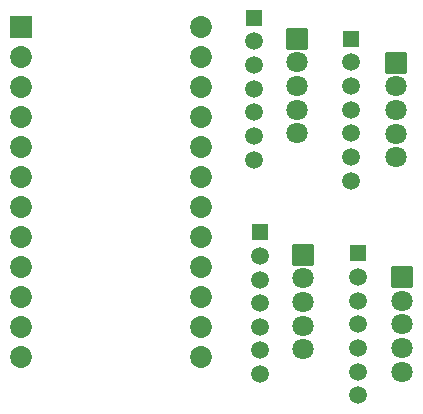
<source format=gbs>
G04 Layer: BottomSolderMaskLayer*
G04 EasyEDA v6.5.47, 2024-10-10 17:33:07*
G04 2650b285be984398968929de45cde97e,02b1cd47abf14eeea88f237cf3128960,10*
G04 Gerber Generator version 0.2*
G04 Scale: 100 percent, Rotated: No, Reflected: No *
G04 Dimensions in millimeters *
G04 leading zeros omitted , absolute positions ,4 integer and 5 decimal *
%FSLAX45Y45*%
%MOMM*%

%AMMACRO1*4,1,8,-0.8677,-0.9271,-0.9271,-0.8674,-0.9271,0.8677,-0.8677,0.9271,0.8674,0.9271,0.9271,0.8677,0.9271,-0.8674,0.8674,-0.9271,-0.8677,-0.9271,0*%
%AMMACRO2*4,1,8,-0.6751,-0.7049,-0.7048,-0.6749,-0.7048,0.6751,-0.6751,0.7049,0.6749,0.7049,0.7048,0.6751,0.7048,-0.6749,0.6749,-0.7049,-0.6751,-0.7049,0*%
%AMMACRO3*4,1,8,-0.6751,-0.7049,-0.7049,-0.6749,-0.7049,0.6751,-0.6751,0.7049,0.6749,0.7049,0.7049,0.6751,0.7049,-0.6749,0.6749,-0.7049,-0.6751,-0.7049,0*%
%AMMACRO4*4,1,8,-0.8423,-0.9017,-0.9017,-0.842,-0.9017,0.8423,-0.8423,0.9017,0.842,0.9017,0.9017,0.8423,0.9017,-0.842,0.842,-0.9017,-0.8423,-0.9017,0*%
%ADD10C,1.8542*%
%ADD11MACRO1*%
%ADD12MACRO2*%
%ADD13C,1.5113*%
%ADD14MACRO3*%
%ADD15MACRO4*%
%ADD16C,1.8032*%

%LPD*%
D10*
G01*
X2857500Y13220700D03*
G01*
X2857500Y13474700D03*
G01*
X2857500Y13728700D03*
G01*
X2857500Y13982700D03*
G01*
X2857500Y14236700D03*
G01*
X2857500Y14490700D03*
G01*
X2857500Y14744700D03*
G01*
X2857500Y14998700D03*
G01*
X2857500Y15252700D03*
G01*
X2857500Y15506700D03*
G01*
X2857500Y15760700D03*
G01*
X2857500Y16014700D03*
D11*
G01*
X1333500Y16014700D03*
D10*
G01*
X1333500Y15760700D03*
G01*
X1333500Y15506700D03*
G01*
X1333500Y15252700D03*
G01*
X1333500Y14998700D03*
G01*
X1333500Y14744700D03*
G01*
X1333500Y14490700D03*
G01*
X1333500Y14236700D03*
G01*
X1333500Y13982700D03*
G01*
X1333500Y13728700D03*
G01*
X1333500Y13474700D03*
G01*
X1333500Y13220700D03*
D12*
G01*
X3302000Y16089299D03*
D13*
G01*
X3302000Y15889300D03*
G01*
X3302000Y15689300D03*
G01*
X3302000Y15289301D03*
G01*
X3302000Y15489301D03*
G01*
X3302000Y15089301D03*
G01*
X3302000Y14889302D03*
D12*
G01*
X3352800Y14273199D03*
D13*
G01*
X3352800Y14073200D03*
G01*
X3352800Y13873200D03*
G01*
X3352800Y13473201D03*
G01*
X3352800Y13673201D03*
G01*
X3352800Y13273201D03*
G01*
X3352800Y13073202D03*
D14*
G01*
X4188688Y14094383D03*
D13*
G01*
X4188688Y13894384D03*
G01*
X4188688Y13694384D03*
G01*
X4188688Y13294385D03*
G01*
X4188688Y13494385D03*
G01*
X4188688Y13094385D03*
G01*
X4188688Y12894386D03*
D12*
G01*
X4127500Y15911499D03*
D13*
G01*
X4127500Y15711500D03*
G01*
X4127500Y15511500D03*
G01*
X4127500Y15111501D03*
G01*
X4127500Y15311501D03*
G01*
X4127500Y14911501D03*
G01*
X4127500Y14711502D03*
D15*
G01*
X3670300Y15913100D03*
D16*
G01*
X3670300Y15713100D03*
G01*
X3670300Y15513100D03*
G01*
X3670300Y15313101D03*
G01*
X3670300Y15113101D03*
D15*
G01*
X3721100Y14084300D03*
D16*
G01*
X3721100Y13884300D03*
G01*
X3721100Y13684300D03*
G01*
X3721100Y13484301D03*
G01*
X3721100Y13284301D03*
D15*
G01*
X4559300Y13893800D03*
D16*
G01*
X4559300Y13693800D03*
G01*
X4559300Y13493800D03*
G01*
X4559300Y13293801D03*
G01*
X4559300Y13093801D03*
D15*
G01*
X4508500Y15709900D03*
D16*
G01*
X4508500Y15509900D03*
G01*
X4508500Y15309900D03*
G01*
X4508500Y15109901D03*
G01*
X4508500Y14909901D03*
M02*

</source>
